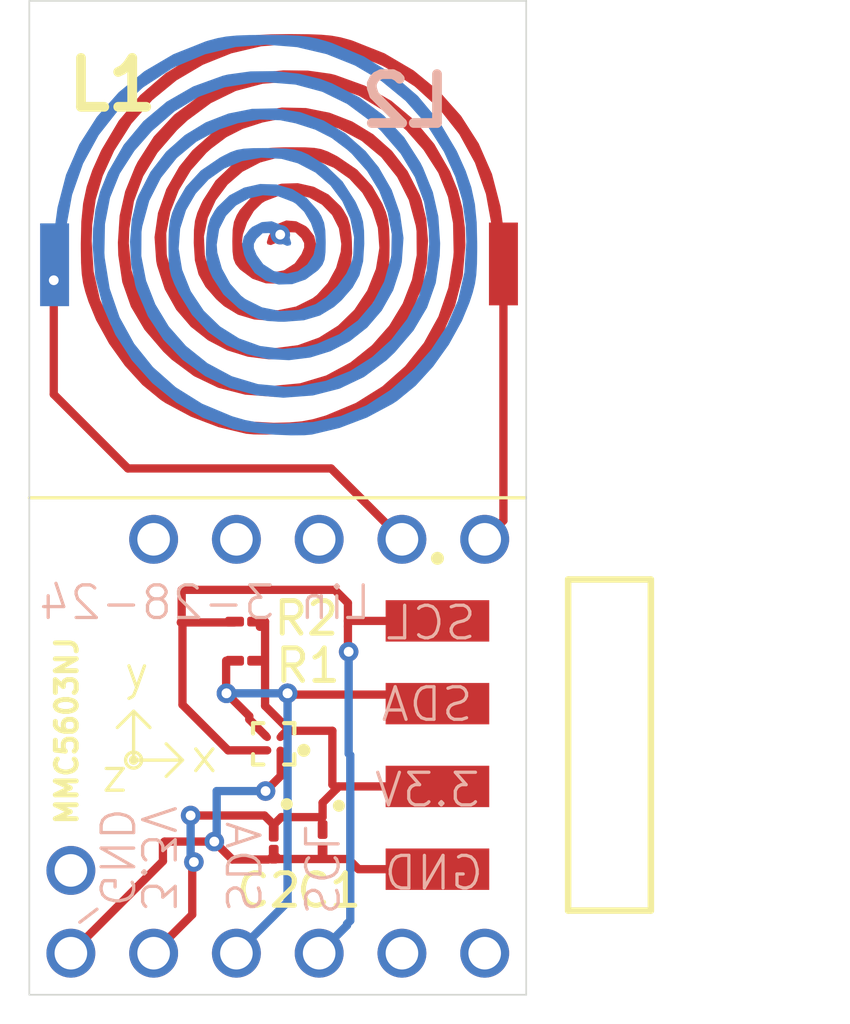
<source format=kicad_pcb>
(kicad_pcb (version 20240108) (generator "pcbnew") (generator_version "8.0")
  (layers (0 "F.Cu" signal) (31 "B.Cu" signal) (34 "B.Paste" user) (35 "F.Paste" user) (36 "B.SilkS" user "B.Silkscreen") (37 "F.SilkS" user "F.Silkscreen") (38 "B.Mask" user) (39 "F.Mask" user) (44 "Edge.Cuts" user))
  (net 0 "")
  (net 1 "+3.3V")
  (net 2 "GND")
  (net 3 "Net-(U1-SCL)")
  (net 5 "Net-(U1-SDA)")
  (net 6 "Net-(L1-Pad1)")
  (net 7 "Net-(H11-Pad1)")
  (footprint "Capacitor_SMD:C_01005_0402Metric_Pad0.57x0.30mm_HandSolder" (layer "F.Cu") (at 162.5 115.6 -90)
    (property "Reference" "C2" (at 1.45 0.15 180) (layer "F.SilkS"))
    (property "Value" "1u" (hide yes))
    (pad "1" smd roundrect (at -0.3375 0 270) (size 0.575 0.3) (layers "F.Cu" "F.Mask") (net 1 "+3.3V"))
    (pad "2" smd roundrect (at 0.3375 0 270) (size 0.575 0.3) (layers "F.Cu" "F.Mask") (net 2 "GND"))
  )
  (footprint "coilfromtiff:coilfromtiff" (layer "F.Cu") (at 163.05 96.825)
    (property "Reference" "L1" (at -5.5 -4.5 0) (layer "F.SilkS") (effects (font (size 1.5 1.5) (thickness 0.3))))
    (property "Value" "L" (hide yes))
    (fp_poly (pts (xy 0.521367 -6.04979) (xy 0.916953 -6.035079) (xy 1.230199 -6.004908) (xy 1.504542 -5.954654) (xy 1.783422 -5.879693) (xy 1.862666 -5.855389) (xy 2.852769 -5.462398) (xy 3.745393 -4.938038) (xy 4.530918 -4.294101) (xy 5.199726 -3.542379) (xy 5.742195 -2.694663) (xy 6.148708 -1.762745) (xy 6.409645 -0.758417) (xy 6.486939 -0.186839) (xy 6.512946 0.128267) (xy 6.513437 0.310925) (xy 6.481772 0.396967) (xy 6.411309 0.422221) (xy 6.37385 0.423334) (xy 6.27803 0.400985) (xy 6.217023 0.309341) (xy 6.175358 0.111502) (xy 6.149142 -0.1126) (xy 5.96274 -1.143572) (xy 5.626046 -2.10209) (xy 5.145841 -2.978145) (xy 4.528906 -3.761728) (xy 3.782023 -4.442831) (xy 2.911972 -5.011445) (xy 2.783511 -5.080053) (xy 1.879143 -5.459873) (xy 0.946005 -5.682432) (xy 0.001685 -5.753331) (xy -0.936228 -5.678173) (xy -1.850146 -5.46256) (xy -2.722478 -5.112094) (xy -3.535638 -4.632377) (xy -4.272035 -4.029012) (xy -4.914081 -3.307601) (xy -5.444188 -2.473746) (xy -5.453198 -2.456589) (xy -5.796423 -1.703292) (xy -6.012769 -0.975011) (xy -6.11847 -0.206249) (xy -6.13552 0.296334) (xy -6.074918 1.236595) (xy -5.881056 2.086444) (xy -5.544513 2.868779) (xy -5.055871 3.606498) (xy -4.530034 4.199308) (xy -3.811685 4.837559) (xy -3.068913 5.315281) (xy -2.280884 5.641238) (xy -1.426765 5.824197) (xy -0.550334 5.873665) (xy -0.065854 5.861701) (xy 0.313976 5.827939) (xy 0.653368 5.763247) (xy 1.016531 5.658494) (xy 1.058333 5.644905) (xy 1.971715 5.263324) (xy 2.782729 4.756785) (xy 3.481631 4.137764) (xy 4.05868 3.418737) (xy 4.504131 2.612179) (xy 4.808243 1.730567) (xy 4.961271 0.786374) (xy 4.970852 0.635) (xy 4.952807 -0.251518) (xy 4.798934 -1.054113) (xy 4.500604 -1.794949) (xy 4.049188 -2.496193) (xy 3.517297 -3.099312) (xy 2.815472 -3.708158) (xy 2.073794 -4.155279) (xy 1.279587 -4.446088) (xy 0.42017 -4.585999) (xy 0 -4.601177) (xy -0.892182 -4.528915) (xy -1.714234 -4.308423) (xy -2.479196 -3.934139) (xy -3.200104 -3.400503) (xy -3.521194 -3.099312) (xy -4.119221 -2.40842) (xy -4.556126 -1.688703) (xy -4.839811 -0.921606) (xy -4.978176 -0.088577) (xy -4.995334 0.362694) (xy -4.91476 1.18213) (xy -4.683612 1.954593) (xy -4.317749 2.664311) (xy -3.833031 3.29551) (xy -3.245318 3.832417) (xy -2.570471 4.259258) (xy -1.824348 4.560261) (xy -1.022811 4.719651) (xy -0.592667 4.741334) (xy 0.260536 4.661236) (xy 1.060249 4.420698) (xy 1.807369 4.019355) (xy 2.46658 3.491304) (xy 2.996285 2.890348) (xy 3.408527 2.210521) (xy 3.69253 1.481253) (xy 3.837514 0.73197) (xy 3.832702 -0.007896) (xy 3.809141 -0.174425) (xy 3.595004 -0.95995) (xy 3.238138 -1.664495) (xy 2.75119 -2.274407) (xy 2.146803 -2.776034) (xy 1.437623 -3.15572) (xy 0.872634 -3.345039) (xy 0.214786 -3.457433) (xy -0.425173 -3.434835) (xy -0.892379 -3.340705) (xy -1.494932 -3.147204) (xy -1.999008 -2.891141) (xy -2.473578 -2.535139) (xy -2.617959 -2.405623) (xy -3.091264 -1.873185) (xy -3.462731 -1.26167) (xy -3.719097 -0.606041) (xy -3.847099 0.058739) (xy -3.833475 0.697709) (xy -3.822104 0.768667) (xy -3.612889 1.515654) (xy -3.271144 2.165817) (xy -2.807339 2.708137) (xy -2.231942 3.131591) (xy -1.555425 3.425159) (xy -1.21487 3.513193) (xy -0.499442 3.580907) (xy 0.191954 3.491703) (xy 0.839441 3.257942) (xy 1.423144 2.891989) (xy 1.923186 2.406206) (xy 2.319691 1.812957) (xy 2.585841 1.149086) (xy 2.691707 0.506451) (xy 2.646043 -0.107034) (xy 2.466132 -0.675474) (xy 2.169257 -1.182971) (xy 1.772702 -1.613629) (xy 1.293751 -1.951552) (xy 0.749686 -2.180843) (xy 0.157792 -2.285606) (xy -0.464649 -2.249944) (xy -0.961778 -2.113843) (xy -1.504935 -1.830936) (xy -1.965054 -1.434584) (xy -2.326556 -0.952908) (xy -2.573858 -0.414028) (xy -2.691382 0.153937) (xy -2.663544 0.722866) (xy -2.624984 0.887868) (xy -2.455755 1.264305) (xy -2.177462 1.64953) (xy -1.837425 1.987384) (xy -1.51396 2.206456) (xy -0.982482 2.386814) (xy -0.419532 2.418537) (xy 0.134195 2.306178) (xy 0.638005 2.054288) (xy 0.775527 1.950375) (xy 1.110773 1.579936) (xy 1.363674 1.117527) (xy 1.504487 0.625369) (xy 1.523566 0.385543) (xy 1.448408 -0.094608) (xy 1.242043 -0.500658) (xy 0.931578 -0.818599) (xy 0.544117 -1.03442) (xy 0.106765 -1.134115) (xy -0.353372 -1.103675) (xy -0.809188 -0.929091) (xy -0.905983 -0.870087) (xy -1.157411 -0.625607) (xy -1.365986 -0.27967) (xy -1.496953 0.100043) (xy -1.524 0.333405) (xy -1.450062 0.689367) (xy -1.252119 0.989276) (xy -0.965984 1.195387) (xy -0.635364 1.27) (xy -0.232404 1.193961) (xy 0.098547 0.980446) (xy 0.301359 0.697117) (xy 0.383806 0.495413) (xy 0.382812 0.358248) (xy 0.300775 0.206564) (xy 0.116675 0.034051) (xy -0.089407 0.025753) (xy -0.298743 0.181516) (xy -0.323541 0.211667) (xy -0.479877 0.355705) (xy -0.635533 0.421642) (xy -0.741959 0.39603) (xy -0.762 0.333101) (xy -0.708339 0.148629) (xy -0.580087 -0.068031) (xy -0.430671 -0.23014) (xy -0.165604 -0.335479) (xy 0.14096 -0.31018) (xy 0.433517 -0.162403) (xy 0.514512 -0.091179) (xy 0.693604 0.142271) (xy 0.749268 0.388052) (xy 0.685386 0.690606) (xy 0.600804 0.897083) (xy 0.355651 1.254338) (xy 0.019641 1.492213) (xy -0.374456 1.607041) (xy -0.793868 1.595158) (xy -1.205824 1.452897) (xy -1.577555 1.176592) (xy -1.608667 1.144224) (xy -1.721681 1.002062) (xy -1.785802 0.844244) (xy -1.814265 0.618273) (xy -1.820334 0.304496) (xy -1.810641 -0.04605) (xy -1.771272 -0.292164) (xy -1.686793 -0.498147) (xy -1.589396 -0.65767) (xy -1.234775 -1.053239) (xy -0.798976 -1.322094) (xy -0.312998 -1.464221) (xy 0.192159 -1.479605) (xy 0.685498 -1.368233) (xy 1.136019 -1.13009) (xy 1.512724 -0.765162) (xy 1.588433 -0.659123) (xy 1.721382 -0.42229) (xy 1.799654 -0.170401) (xy 1.840845 0.161857) (xy 1.849855 0.311126) (xy 1.858186 0.669963) (xy 1.830985 0.934173) (xy 1.755191 1.176966) (xy 1.656923 1.392472) (xy 1.319254 1.9102) (xy 0.853688 2.332839) (xy 0.484479 2.559182) (xy 0.242981 2.66474) (xy -0.021711 2.723693) (xy -0.369752 2.747072) (xy -0.550334 2.748935) (xy -1.1515 2.703642) (xy -1.647349 2.55714) (xy -2.078512 2.294085) (xy -2.314162 2.082861) (xy -2.64539 1.703198) (xy -2.856875 1.325019) (xy -2.969607 0.895252) (xy -3.004574 0.360824) (xy -3.004651 0.336887) (xy -2.997852 -0.045089) (xy -2.966325 -0.326581) (xy -2.895297 -0.576147) (xy -2.769995 -0.862345) (xy -2.727389 -0.949823) (xy -2.336103 -1.55748) (xy -1.81846 -2.055245) (xy -1.288318 -2.383182) (xy -1.076203 -2.476189) (xy -0.862221 -2.53514) (xy -0.598763 -2.567371) (xy -0.238218 -2.580216) (xy 0 -2.581667) (xy 0.406098 -2.578958) (xy 0.692987 -2.563353) (xy 0.910764 -2.524721) (xy 1.109532 -2.452928) (xy 1.33939 -2.337843) (xy 1.419719 -2.294543) (xy 2.009189 -1.894066) (xy 2.468754 -1.395039) (xy 2.782556 -0.856827) (xy 2.892277 -0.598641) (xy 2.959359 -0.359108) (xy 2.993698 -0.081238) (xy 3.005192 0.291959) (xy 3.005666 0.427783) (xy 3.001277 0.818833) (xy 2.979213 1.101519) (xy 2.926127 1.336758) (xy 2.828675 1.585464) (xy 2.687389 1.880498) (xy 2.280571 2.537111) (xy 1.786448 3.064109) (xy 1.223494 3.46411) (xy 0.61018 3.739729) (xy -0.035023 3.893585) (xy -0.693643 3.928293) (xy -1.347207 3.846472) (xy -1.977244 3.650737) (xy -2.565283 3.343707) (xy -3.09285 2.927998) (xy -3.541475 2.406226) (xy -3.892685 1.781009) (xy -4.12801 1.054965) (xy -4.157184 0.9108) (xy -4.208467 0.176858) (xy -4.10222 -0.567592) (xy -3.846536 -1.297821) (xy -3.449513 -1.989097) (xy -3.044836 -2.487574) (xy -2.431383 -3.030197) (xy -1.757453 -3.427239) (xy -1.041823 -3.68276) (xy -0.303272 -3.800822) (xy 0.439423 -3.785483) (xy 1.167483 -3.640804) (xy 1.862129 -3.370845) (xy 2.504585 -2.979666) (xy 3.07607 -2.471327) (xy 3.557808 -1.849888) (xy 3.93102 -1.119409) (xy 3.988755 -0.966832) (xy 4.132456 -0.378684) (xy 4.186376 0.291559) (xy 4.150583 0.982461) (xy 4.025145 1.632588) (xy 3.985733 1.763402) (xy 3.636938 2.579666) (xy 3.158836 3.302271) (xy 2.568156 3.918907) (xy 1.881626 4.417264) (xy 1.115976 4.785032) (xy 0.287934 5.009903) (xy -0.521621 5.08) (xy -1.42991 5.011092) (xy -2.250808 4.800708) (xy -2.997827 4.443358) (xy -3.684481 3.933554) (xy -3.939574 3.691473) (xy -4.515999 3.017853) (xy -4.932344 2.314502) (xy -5.197681 1.559617) (xy -5.321077 0.731394) (xy -5.332749 0.342045) (xy -5.27875 -0.479803) (xy -5.109141 -1.230003) (xy -4.807939 -1.973832) (xy -4.725896 -2.136444) (xy -4.228461 -2.912617) (xy -3.602541 -3.582652) (xy -2.857545 -4.138692) (xy -2.00288 -4.572883) (xy -1.650188 -4.704673) (xy -0.993447 -4.865394) (xy -0.25642 -4.942656) (xy 0.492629 -4.934278) (xy 1.185436 -4.838079) (xy 1.341175 -4.800233) (xy 2.245482 -4.473223) (xy 3.060059 -4.005472) (xy 3.774243 -3.405983) (xy 4.377368 -2.683758) (xy 4.85877 -1.847798) (xy 4.871554 -1.820333) (xy 5.102201 -1.251178) (xy 5.246771 -0.703143) (xy 5.319011 -0.109805) (xy 5.334 0.413957) (xy 5.252267 1.370438) (xy 5.015376 2.286756) (xy 4.635784 3.146794) (xy 4.12595 3.934434) (xy 3.498333 4.633559) (xy 2.76539 5.228051) (xy 1.939582 5.701791) (xy 1.033365 6.038663) (xy 0.973666 6.054986) (xy 0.636757 6.121831) (xy 0.19879 6.176596) (xy -0.284277 6.215612) (xy -0.756488 6.235209) (xy -1.161883 6.23172) (xy -1.397 6.210406) (xy -2.243617 6.008656) (xy -3.091532 5.68589) (xy -3.86827 5.27081) (xy -4.0196 5.171859) (xy -4.580295 4.712074) (xy -5.117433 4.123965) (xy -5.600955 3.448417) (xy -6.000805 2.726313) (xy -6.234593 2.159) (xy -6.334635 1.852053) (xy -6.401748 1.584432) (xy -6.442407 1.307395) (xy -6.463086 0.972197) (xy -6.470257 0.530096) (xy -6.470725 0.381) (xy -6.455509 -0.297434) (xy -6.399439 -0.864065) (xy -6.290383 -1.373972) (xy -6.116213 -1.88223) (xy -5.864796 -2.443918) (xy -5.835176 -2.504663) (xy -5.30649 -3.394748) (xy -4.649631 -4.178649) (xy -3.874845 -4.847724) (xy -2.992373 -5.393334) (xy -2.012459 -5.80684) (xy -1.862667 -5.855389) (xy -1.575415 -5.937589) (xy -1.304083 -5.99387) (xy -1.005231 -6.028856) (xy -0.635421 -6.047171) (xy -0.151214 -6.053439) (xy 0 -6.053666)) (fill solid) (layer "F.Cu"))
    (pad "1" connect rect (at 6.5 1) (size 0.889 2.54) (layers "F.Cu" "F.Mask") (net 6 "Net-(L1-Pad1)"))
  )
  (footprint "mountinghole_1mm:MountingHole_1mm" (layer "F.Cu") (at 163.895 106.275)
    (property "Reference" "H10" (hide yes))
    (property "Value" "MountingHole_Pad" (hide yes))
    (pad "10" thru_hole circle (at 0 0) (size 1.5 1.5) (drill 1) (layers "*.Cu" "*.Mask"))
  )
  (footprint "mountinghole_1mm:MountingHole_1mm" (layer "F.Cu") (at 161.355 118.975)
    (property "Reference" "H4" (hide yes))
    (property "Value" "MountingHole_Pad" (hide yes))
    (pad "4" thru_hole circle (at 0 0) (size 1.5 1.5) (drill 1) (layers "*.Cu" "*.Mask"))
  )
  (footprint "mountinghole_1mm:MountingHole_1mm" (layer "F.Cu") (at 163.895 118.975)
    (property "Reference" "H3" (hide yes))
    (property "Value" "MountingHole_Pad" (hide yes))
    (pad "3" thru_hole circle (at 0 0) (size 1.5 1.5) (drill 1) (layers "*.Cu" "*.Mask"))
  )
  (footprint "Capacitor_SMD:C_01005_0402Metric_Pad0.57x0.30mm_HandSolder" (layer "F.Cu") (at 164 115.5175 -90)
    (property "Reference" "C1" (at 1.5325 -0.2 180) (layer "F.SilkS"))
    (property "Value" "2.2u" (hide yes))
    (pad "1" smd roundrect (at -0.3375 0 270) (size 0.575 0.3) (layers "F.Cu" "F.Mask") (net 1 "+3.3V"))
    (pad "2" smd roundrect (at 0.3375 0 270) (size 0.575 0.3) (layers "F.Cu" "F.Mask") (net 2 "GND"))
  )
  (footprint "footprints:SAMTEC_TSM-104-01-L-SH" (layer "F.Cu") (at 172.805 112.5875 -90)
    (property "Reference" "J1" (hide yes))
    (property "Value" "TSM-104-01-L-SH" (hide yes))
    (fp_line (start -5.08 1.27) (end -5.08 -1.27) (stroke (width 0.2)) (layer "F.SilkS"))
    (fp_line (start 5.08 1.27) (end -5.08 1.27) (stroke (width 0.2)) (layer "F.SilkS"))
    (fp_line (start 5.08 -1.27) (end 5.08 1.27) (stroke (width 0.2)) (layer "F.SilkS"))
    (fp_line (start 5.08 -1.27) (end -5.08 -1.27) (stroke (width 0.2)) (layer "F.SilkS"))
    (fp_circle (center -5.73 5.28) (end -5.63 5.28) (stroke (width 0.2)) (fill none) (layer "F.SilkS"))
    (pad "01" smd rect (at -3.81 5.28 270) (size 1.27 3.18) (layers "F.Cu" "F.Paste" "F.Mask") (net 3 "Net-(U1-SCL)"))
    (pad "02" smd rect (at -1.27 5.28 270) (size 1.27 3.18) (layers "F.Cu" "F.Paste" "F.Mask") (net 5 "Net-(U1-SDA)"))
    (pad "03" smd rect (at 1.27 5.28 270) (size 1.27 3.18) (layers "F.Cu" "F.Paste" "F.Mask") (net 1 "+3.3V"))
    (pad "04" smd rect (at 3.81 5.28 270) (size 1.27 3.18) (layers "F.Cu" "F.Paste" "F.Mask") (net 2 "GND"))
  )
  (footprint "mountinghole_1mm:MountingHole_1mm" (layer "F.Cu") (at 158.815 118.975)
    (property "Reference" "H5" (hide yes))
    (property "Value" "MountingHole_Pad" (hide yes))
    (pad "5" thru_hole circle (at 0 0) (size 1.5 1.5) (drill 1) (layers "*.Cu" "*.Mask"))
  )
  (footprint "Resistor_SMD:R_01005_0402Metric_Pad0.57x0.30mm_HandSolder" (layer "F.Cu") (at 161.6375 110 180)
    (property "Reference" "R1" (at -1.9125 -0.15 180) (layer "F.SilkS"))
    (property "Value" "2.7K" (hide yes))
    (pad "1" smd roundrect (at -0.3375 0 180) (size 0.575 0.3) (layers "F.Cu" "F.Mask") (net 1 "+3.3V"))
    (pad "2" smd roundrect (at 0.3375 0 180) (size 0.575 0.3) (layers "F.Cu" "F.Mask") (net 5 "Net-(U1-SDA)"))
  )
  (footprint "mountinghole_1mm:MountingHole_1mm" (layer "F.Cu") (at 158.815 106.275)
    (property "Reference" "H8" (hide yes))
    (property "Value" "MountingHole_Pad" (hide yes))
    (pad "8" thru_hole circle (at 0 0) (size 1.5 1.5) (drill 1) (layers "*.Cu" "*.Mask"))
  )
  (footprint "Resistor_SMD:R_01005_0402Metric_Pad0.57x0.30mm_HandSolder" (layer "F.Cu") (at 161.6375 108.8 180)
    (property "Reference" "R2" (at -1.8625 0.1 180) (layer "F.SilkS"))
    (property "Value" "2.7K" (hide yes))
    (pad "1" smd roundrect (at -0.3375 0 180) (size 0.575 0.3) (layers "F.Cu" "F.Mask") (net 1 "+3.3V"))
    (pad "2" smd roundrect (at 0.3375 0 180) (size 0.575 0.3) (layers "F.Cu" "F.Mask") (net 3 "Net-(U1-SCL)"))
  )
  (footprint "mountinghole_1mm:MountingHole_1mm" (layer "F.Cu") (at 166.435 106.275)
    (property "Reference" "H11" (hide yes))
    (property "Value" "MountingHole_Pad" (hide yes))
    (pad "11" thru_hole circle (at 0 0) (size 1.5 1.5) (drill 1) (layers "*.Cu" "*.Mask") (net 7 "Net-(H11-Pad1)"))
  )
  (footprint "mountinghole_1mm:MountingHole_1mm" (layer "F.Cu") (at 156.275 116.435)
    (property "Reference" "H7" (hide yes))
    (property "Value" "MountingHole_Pad" (hide yes))
    (pad "7" thru_hole circle (at 0 0) (size 1.5 1.5) (drill 1) (layers "*.Cu" "*.Mask"))
  )
  (footprint "footprints:XDCR_MMC5603NJ" (layer "F.Cu") (at 162.5 112.55 180)
    (property "Reference" "U1" (hide yes))
    (property "Value" "MMC5603NJ" (at 6.35 0.4 90) (layer "F.SilkS") (effects (font (size 0.64 0.64))))
    (fp_line (start 0.635 0.635) (end 0.635 0.3175) (stroke (width 0.127)) (layer "F.SilkS"))
    (fp_line (start 0.635 0.635) (end 0.3175 0.635) (stroke (width 0.127)) (layer "F.SilkS"))
    (fp_line (start 0.635 -0.635) (end 0.635 -0.3175) (stroke (width 0.127)) (layer "F.SilkS"))
    (fp_line (start 0.635 -0.635) (end 0.3175 -0.635) (stroke (width 0.127)) (layer "F.SilkS"))
    (fp_line (start -0.635 0.635) (end -0.3175 0.635) (stroke (width 0.127)) (layer "F.SilkS"))
    (fp_line (start -0.635 0.635) (end -0.635 0.3175) (stroke (width 0.127)) (layer "F.SilkS"))
    (fp_line (start -0.635 -0.635) (end -0.3175 -0.635) (stroke (width 0.127)) (layer "F.SilkS"))
    (fp_line (start -0.635 -0.635) (end -0.635 -0.3175) (stroke (width 0.127)) (layer "F.SilkS"))
    (fp_circle (center -0.925 -0.2) (end -0.825 -0.2) (stroke (width 0.2)) (fill none) (layer "F.SilkS"))
    (pad "A1" smd circle (at -0.2 -0.2 180) (size 0.23 0.23) (layers "F.Cu" "F.Paste") (net 2 "GND"))
    (pad "A2" smd circle (at 0.2 -0.2 180) (size 0.23 0.23) (layers "F.Cu" "F.Paste") (net 3 "Net-(U1-SCL)"))
    (pad "B1" smd circle (at -0.2 0.2 180) (size 0.23 0.23) (layers "F.Cu" "F.Paste") (net 1 "+3.3V"))
    (pad "B2" smd circle (at 0.2 0.2 180) (size 0.23 0.23) (layers "F.Cu" "F.Paste") (net 5 "Net-(U1-SDA)"))
  )
  (footprint "mountinghole_1mm:MountingHole_1mm" (layer "F.Cu") (at 161.355 106.275)
    (property "Reference" "H9" (hide yes))
    (property "Value" "MountingHole_Pad" (hide yes))
    (pad "9" thru_hole circle (at 0 0) (size 1.5 1.5) (drill 1) (layers "*.Cu" "*.Mask"))
  )
  (footprint "mountinghole_1mm:MountingHole_1mm" (layer "F.Cu") (at 168.975 118.975)
    (property "Reference" "H1" (hide yes))
    (property "Value" "MountingHole_Pad" (hide yes))
    (pad "1" thru_hole circle (at 0 0) (size 1.5 1.5) (drill 1) (layers "*.Cu" "*.Mask"))
  )
  (footprint "mountinghole_1mm:MountingHole_1mm" (layer "F.Cu") (at 166.435 118.975)
    (property "Reference" "H2" (hide yes))
    (property "Value" "MountingHole_Pad" (hide yes))
    (pad "2" thru_hole circle (at 0 0) (size 1.5 1.5) (drill 1) (layers "*.Cu" "*.Mask"))
  )
  (footprint "mountinghole_1mm:MountingHole_1mm" (layer "F.Cu") (at 156.275 118.975)
    (property "Reference" "H6" (hide yes))
    (property "Value" "MountingHole_Pad" (hide yes))
    (pad "6" thru_hole circle (at 0 0) (size 1.5 1.5) (drill 1) (layers "*.Cu" "*.Mask"))
  )
  (footprint "mountinghole_1mm:MountingHole_1mm" (layer "F.Cu") (at 168.975 106.275)
    (property "Reference" "H12" (hide yes))
    (property "Value" "MountingHole_Pad" (hide yes))
    (pad "12" thru_hole circle (at 0 0) (size 1.5 1.5) (drill 1) (layers "*.Cu" "*.Mask") (net 6 "Net-(L1-Pad1)"))
  )
  (footprint "coilfromtiff:coilfromtiff" (layer "B.Cu") (at 162.275 96.85 180)
    (property "Reference" "L2" (at -4.272035 4.029012 180) (layer "B.SilkS") (effects (font (size 1.5 1.5) (thickness 0.3)) (justify mirror)))
    (property "Value" "L" (hide yes))
    (fp_poly (pts (xy 0.521367 6.04979) (xy 0.916953 6.035079) (xy 1.230199 6.004908) (xy 1.504542 5.954654) (xy 1.783422 5.879693) (xy 1.862666 5.855389) (xy 2.852769 5.462398) (xy 3.745393 4.938038) (xy 4.530918 4.294101) (xy 5.199726 3.542379) (xy 5.742195 2.694663) (xy 6.148708 1.762745) (xy 6.409645 0.758417) (xy 6.486939 0.186839) (xy 6.512946 -0.128267) (xy 6.513437 -0.310925) (xy 6.481772 -0.396967) (xy 6.411309 -0.422221) (xy 6.37385 -0.423334) (xy 6.27803 -0.400985) (xy 6.217023 -0.309341) (xy 6.175358 -0.111502) (xy 6.149142 0.1126) (xy 5.96274 1.143572) (xy 5.626046 2.10209) (xy 5.145841 2.978145) (xy 4.528906 3.761728) (xy 3.782023 4.442831) (xy 2.911972 5.011445) (xy 2.783511 5.080053) (xy 1.879143 5.459873) (xy 0.946005 5.682432) (xy 0.001685 5.753331) (xy -0.936228 5.678173) (xy -1.850146 5.46256) (xy -2.722478 5.112094) (xy -3.535638 4.632377) (xy -4.272035 4.029012) (xy -4.914081 3.307601) (xy -5.444188 2.473746) (xy -5.453198 2.456589) (xy -5.796423 1.703292) (xy -6.012769 0.975011) (xy -6.11847 0.206249) (xy -6.13552 -0.296334) (xy -6.074918 -1.236595) (xy -5.881056 -2.086444) (xy -5.544513 -2.868779) (xy -5.055871 -3.606498) (xy -4.530034 -4.199308) (xy -3.811685 -4.837559) (xy -3.068913 -5.315281) (xy -2.280884 -5.641238) (xy -1.426765 -5.824197) (xy -0.550334 -5.873665) (xy -0.065854 -5.861701) (xy 0.313976 -5.827939) (xy 0.653368 -5.763247) (xy 1.016531 -5.658494) (xy 1.058333 -5.644905) (xy 1.971715 -5.263324) (xy 2.782729 -4.756785) (xy 3.481631 -4.137764) (xy 4.05868 -3.418737) (xy 4.504131 -2.612179) (xy 4.808243 -1.730567) (xy 4.961271 -0.786374) (xy 4.970852 -0.635) (xy 4.952807 0.251518) (xy 4.798934 1.054113) (xy 4.500604 1.794949) (xy 4.049188 2.496193) (xy 3.517297 3.099312) (xy 2.815472 3.708158) (xy 2.073794 4.155279) (xy 1.279587 4.446088) (xy 0.42017 4.585999) (xy 0 4.601177) (xy -0.892182 4.528915) (xy -1.714234 4.308423) (xy -2.479196 3.934139) (xy -3.200104 3.400503) (xy -3.521194 3.099312) (xy -4.119221 2.40842) (xy -4.556126 1.688703) (xy -4.839811 0.921606) (xy -4.978176 0.088577) (xy -4.995334 -0.362694) (xy -4.91476 -1.18213) (xy -4.683612 -1.954593) (xy -4.317749 -2.664311) (xy -3.833031 -3.29551) (xy -3.245318 -3.832417) (xy -2.570471 -4.259258) (xy -1.824348 -4.560261) (xy -1.022811 -4.719651) (xy -0.592667 -4.741334) (xy 0.260536 -4.661236) (xy 1.060249 -4.420698) (xy 1.807369 -4.019355) (xy 2.46658 -3.491304) (xy 2.996285 -2.890348) (xy 3.408527 -2.210521) (xy 3.69253 -1.481253) (xy 3.837514 -0.73197) (xy 3.832702 0.007896) (xy 3.809141 0.174425) (xy 3.595004 0.95995) (xy 3.238138 1.664495) (xy 2.75119 2.274407) (xy 2.146803 2.776034) (xy 1.437623 3.15572) (xy 0.872634 3.345039) (xy 0.214786 3.457433) (xy -0.425173 3.434835) (xy -0.892379 3.340705) (xy -1.494932 3.147204) (xy -1.999008 2.891141) (xy -2.473578 2.535139) (xy -2.617959 2.405623) (xy -3.091264 1.873185) (xy -3.462731 1.26167) (xy -3.719097 0.606041) (xy -3.847099 -0.058739) (xy -3.833475 -0.697709) (xy -3.822104 -0.768667) (xy -3.612889 -1.515654) (xy -3.271144 -2.165817) (xy -2.807339 -2.708137) (xy -2.231942 -3.131591) (xy -1.555425 -3.425159) (xy -1.21487 -3.513193) (xy -0.499442 -3.580907) (xy 0.191954 -3.491703) (xy 0.839441 -3.257942) (xy 1.423144 -2.891989) (xy 1.923186 -2.406206) (xy 2.319691 -1.812957) (xy 2.585841 -1.149086) (xy 2.691707 -0.506451) (xy 2.646043 0.107034) (xy 2.466132 0.675474) (xy 2.169257 1.182971) (xy 1.772702 1.613629) (xy 1.293751 1.951552) (xy 0.749686 2.180843) (xy 0.157792 2.285606) (xy -0.464649 2.249944) (xy -0.961778 2.113843) (xy -1.504935 1.830936) (xy -1.965054 1.434584) (xy -2.326556 0.952908) (xy -2.573858 0.414028) (xy -2.691382 -0.153937) (xy -2.663544 -0.722866) (xy -2.624984 -0.887868) (xy -2.455755 -1.264305) (xy -2.177462 -1.64953) (xy -1.837425 -1.987384) (xy -1.51396 -2.206456) (xy -0.982482 -2.386814) (xy -0.419532 -2.418537) (xy 0.134195 -2.306178) (xy 0.638005 -2.054288) (xy 0.775527 -1.950375) (xy 1.110773 -1.579936) (xy 1.363674 -1.117527) (xy 1.504487 -0.625369) (xy 1.523566 -0.385543) (xy 1.448408 0.094608) (xy 1.242043 0.500658) (xy 0.931578 0.818599) (xy 0.544117 1.03442) (xy 0.106765 1.134115) (xy -0.353372 1.103675) (xy -0.809188 0.929091) (xy -0.905983 0.870087) (xy -1.157411 0.625607) (xy -1.365986 0.27967) (xy -1.496953 -0.100043) (xy -1.524 -0.333405) (xy -1.450062 -0.689367) (xy -1.252119 -0.989276) (xy -0.965984 -1.195387) (xy -0.635364 -1.27) (xy -0.232404 -1.193961) (xy 0.098547 -0.980446) (xy 0.301359 -0.697117) (xy 0.383806 -0.495413) (xy 0.382812 -0.358248) (xy 0.300775 -0.206564) (xy 0.116675 -0.034051) (xy -0.089407 -0.025753) (xy -0.298743 -0.181516) (xy -0.323541 -0.211667) (xy -0.479877 -0.355705) (xy -0.635533 -0.421642) (xy -0.741959 -0.39603) (xy -0.762 -0.333101) (xy -0.708339 -0.148629) (xy -0.580087 0.068031) (xy -0.430671 0.23014) (xy -0.165604 0.335479) (xy 0.14096 0.31018) (xy 0.433517 0.162403) (xy 0.514512 0.091179) (xy 0.693604 -0.142271) (xy 0.749268 -0.388052) (xy 0.685386 -0.690606) (xy 0.600804 -0.897083) (xy 0.355651 -1.254338) (xy 0.019641 -1.492213) (xy -0.374456 -1.607041) (xy -0.793868 -1.595158) (xy -1.205824 -1.452897) (xy -1.577555 -1.176592) (xy -1.608667 -1.144224) (xy -1.721681 -1.002062) (xy -1.785802 -0.844244) (xy -1.814265 -0.618273) (xy -1.820334 -0.304496) (xy -1.810641 0.04605) (xy -1.771272 0.292164) (xy -1.686793 0.498147) (xy -1.589396 0.65767) (xy -1.234775 1.053239) (xy -0.798976 1.322094) (xy -0.312998 1.464221) (xy 0.192159 1.479605) (xy 0.685498 1.368233) (xy 1.136019 1.13009) (xy 1.512724 0.765162) (xy 1.588433 0.659123) (xy 1.721382 0.42229) (xy 1.799654 0.170401) (xy 1.840845 -0.161857) (xy 1.849855 -0.311126) (xy 1.858186 -0.669963) (xy 1.830985 -0.934173) (xy 1.755191 -1.176966) (xy 1.656923 -1.392472) (xy 1.319254 -1.9102) (xy 0.853688 -2.332839) (xy 0.484479 -2.559182) (xy 0.242981 -2.66474) (xy -0.021711 -2.723693) (xy -0.369752 -2.747072) (xy -0.550334 -2.748935) (xy -1.1515 -2.703642) (xy -1.647349 -2.55714) (xy -2.078512 -2.294085) (xy -2.314162 -2.082861) (xy -2.64539 -1.703198) (xy -2.856875 -1.325019) (xy -2.969607 -0.895252) (xy -3.004574 -0.360824) (xy -3.004651 -0.336887) (xy -2.997852 0.045089) (xy -2.966325 0.326581) (xy -2.895297 0.576147) (xy -2.769995 0.862345) (xy -2.727389 0.949823) (xy -2.336103 1.55748) (xy -1.81846 2.055245) (xy -1.288318 2.383182) (xy -1.076203 2.476189) (xy -0.862221 2.53514) (xy -0.598763 2.567371) (xy -0.238218 2.580216) (xy 0 2.581667) (xy 0.406098 2.578958) (xy 0.692987 2.563353) (xy 0.910764 2.524721) (xy 1.109532 2.452928) (xy 1.33939 2.337843) (xy 1.419719 2.294543) (xy 2.009189 1.894066) (xy 2.468754 1.395039) (xy 2.782556 0.856827) (xy 2.892277 0.598641) (xy 2.959359 0.359108) (xy 2.993698 0.081238) (xy 3.005192 -0.291959) (xy 3.005666 -0.427783) (xy 3.001277 -0.818833) (xy 2.979213 -1.101519) (xy 2.926127 -1.336758) (xy 2.828675 -1.585464) (xy 2.687389 -1.880498) (xy 2.280571 -2.537111) (xy 1.786448 -3.064109) (xy 1.223494 -3.46411) (xy 0.61018 -3.739729) (xy -0.035023 -3.893585) (xy -0.693643 -3.928293) (xy -1.347207 -3.846472) (xy -1.977244 -3.650737) (xy -2.565283 -3.343707) (xy -3.09285 -2.927998) (xy -3.541475 -2.406226) (xy -3.892685 -1.781009) (xy -4.12801 -1.054965) (xy -4.157184 -0.9108) (xy -4.208467 -0.176858) (xy -4.10222 0.567592) (xy -3.846536 1.297821) (xy -3.449513 1.989097) (xy -3.044836 2.487574) (xy -2.431383 3.030197) (xy -1.757453 3.427239) (xy -1.041823 3.68276) (xy -0.303272 3.800822) (xy 0.439423 3.785483) (xy 1.167483 3.640804) (xy 1.862129 3.370845) (xy 2.504585 2.979666) (xy 3.07607 2.471327) (xy 3.557808 1.849888) (xy 3.93102 1.119409) (xy 3.988755 0.966832) (xy 4.132456 0.378684) (xy 4.186376 -0.291559) (xy 4.150583 -0.982461) (xy 4.025145 -1.632588) (xy 3.985733 -1.763402) (xy 3.636938 -2.579666) (xy 3.158836 -3.302271) (xy 2.568156 -3.918907) (xy 1.881626 -4.417264) (xy 1.115976 -4.785032) (xy 0.287934 -5.009903) (xy -0.521621 -5.08) (xy -1.42991 -5.011092) (xy -2.250808 -4.800708) (xy -2.997827 -4.443358) (xy -3.684481 -3.933554) (xy -3.939574 -3.691473) (xy -4.515999 -3.017853) (xy -4.932344 -2.314502) (xy -5.197681 -1.559617) (xy -5.321077 -0.731394) (xy -5.332749 -0.342045) (xy -5.27875 0.479803) (xy -5.109141 1.230003) (xy -4.807939 1.973832) (xy -4.725896 2.136444) (xy -4.228461 2.912617) (xy -3.602541 3.582652) (xy -2.857545 4.138692) (xy -2.00288 4.572883) (xy -1.650188 4.704673) (xy -0.993447 4.865394) (xy -0.25642 4.942656) (xy 0.492629 4.934278) (xy 1.185436 4.838079) (xy 1.341175 4.800233) (xy 2.245482 4.473223) (xy 3.060059 4.005472) (xy 3.774243 3.405983) (xy 4.377368 2.683758) (xy 4.85877 1.847798) (xy 4.871554 1.820333) (xy 5.102201 1.251178) (xy 5.246771 0.703143) (xy 5.319011 0.109805) (xy 5.334 -0.413957) (xy 5.252267 -1.370438) (xy 5.015376 -2.286756) (xy 4.635784 -3.146794) (xy 4.12595 -3.934434) (xy 3.498333 -4.633559) (xy 2.76539 -5.228051) (xy 1.939582 -5.701791) (xy 1.033365 -6.038663) (xy 0.973666 -6.054986) (xy 0.636757 -6.121831) (xy 0.19879 -6.176596) (xy -0.284277 -6.215612) (xy -0.756488 -6.235209) (xy -1.161883 -6.23172) (xy -1.397 -6.210406) (xy -2.243617 -6.008656) (xy -3.091532 -5.68589) (xy -3.86827 -5.27081) (xy -4.0196 -5.171859) (xy -4.580295 -4.712074) (xy -5.117433 -4.123965) (xy -5.600955 -3.448417) (xy -6.000805 -2.726313) (xy -6.234593 -2.159) (xy -6.334635 -1.852053) (xy -6.401748 -1.584432) (xy -6.442407 -1.307395) (xy -6.463086 -0.972197) (xy -6.470257 -0.530096) (xy -6.470725 -0.381) (xy -6.455509 0.297434) (xy -6.399439 0.864065) (xy -6.290383 1.373972) (xy -6.116213 1.88223) (xy -5.864796 2.443918) (xy -5.835176 2.504663) (xy -5.30649 3.394748) (xy -4.649631 4.178649) (xy -3.874845 4.847724) (xy -2.992373 5.393334) (xy -2.012459 5.80684) (xy -1.862667 5.855389) (xy -1.575415 5.937589) (xy -1.304083 5.99387) (xy -1.005231 6.028856) (xy -0.635421 6.047171) (xy -0.151214 6.053439) (xy 0 6.053666)) (fill solid) (layer "B.Cu"))
    (pad "1" connect rect (at 6.5 -1 180) (size 0.889 2.54) (layers "B.Cu" "B.Mask") (net 7 "Net-(H11-Pad1)"))
  )
  (gr_line (start 161.1 112.75) (end 162.3 112.75) (stroke (width 0.254)) (layer "F.Cu") (net 3))
  (gr_line (start 156.55 118.025) (end 157.075 117.625) (stroke (width 0.1)) (layer "B.SilkS"))
  (gr_line (start 159.7 113.05) (end 159.2 113.55) (stroke (width 0.1)) (layer "F.SilkS"))
  (gr_line (start 159.7 113.05) (end 159.2 112.55) (stroke (width 0.1)) (layer "F.SilkS"))
  (gr_circle (center 158.2 113.05) (end 158.2936 113.05) (stroke (width 0.1)) (fill none) (layer "F.SilkS"))
  (gr_line (start 158.2 113.05) (end 158.2 111.55) (stroke (width 0.1)) (layer "F.SilkS"))
  (gr_line (start 158.2 113.05) (end 159.7 113.05) (stroke (width 0.1)) (layer "F.SilkS"))
  (gr_circle (center 164.5 114.45) (end 164.634629 114.45) (stroke (width 0.1)) (fill solid) (layer "F.SilkS"))
  (gr_line (start 158.7 112.05) (end 158.2 111.55) (stroke (width 0.1)) (layer "F.SilkS"))
  (gr_circle (center 158.2 113.05) (end 158.446 113.05) (stroke (width 0.1)) (fill none) (layer "F.SilkS"))
  (gr_line (start 158.2 111.55) (end 158.7 112.05) (stroke (width 0.1)) (layer "F.SilkS"))
  (gr_line (start 158.2 111.55) (end 157.7 112.05) (stroke (width 0.1)) (layer "F.SilkS"))
  (gr_line (start 155 105) (end 170.225 105) (stroke (width 0.1)) (layer "F.SilkS"))
  (gr_circle (center 162.9 114.4) (end 163.034629 114.4) (stroke (width 0.1)) (fill solid) (layer "F.SilkS"))
  (gr_line (start 155 89.75) (end 170.25 89.75) (stroke (width 0.05)) (layer "Edge.Cuts"))
  (gr_line (start 155 105) (end 155 120.25) (stroke (width 0.05)) (layer "Edge.Cuts"))
  (gr_line (start 155 89.75) (end 155 105) (stroke (width 0.05)) (layer "Edge.Cuts"))
  (gr_line (start 170.25 120.25) (end 155 120.25) (stroke (width 0.05)) (layer "Edge.Cuts"))
  (gr_line (start 170.25 89.75) (end 170.25 105) (stroke (width 0.05)) (layer "Edge.Cuts"))
  (gr_line (start 170.25 105) (end 170.25 120.25) (stroke (width 0.05)) (layer "Edge.Cuts"))
  (gr_text "SDA" (at 168.675 111.925 0) (layer "B.SilkS") (effects (font (size 1 1) (thickness 0.1)) (justify left bottom mirror)))
  (gr_text "SDA" (at 160.95 117.8 -90) (layer "B.SilkS") (effects (font (size 1 1) (thickness 0.1)) (justify left bottom mirror)))
  (gr_text "3.3V" (at 168.9 114.55 0) (layer "B.SilkS") (effects (font (size 1 1) (thickness 0.1)) (justify left bottom mirror)))
  (gr_text "SCL" (at 163.35 117.875 -90) (layer "B.SilkS") (effects (font (size 1 1) (thickness 0.1)) (justify left bottom mirror)))
  (gr_text "SCL" (at 168.775 109.425 0) (layer "B.SilkS") (effects (font (size 1 1) (thickness 0.1)) (justify left bottom mirror)))
  (gr_text "Lin 3-28-24" (at 165.55 108.8 0) (layer "B.SilkS") (effects (font (size 1 1) (thickness 0.1)) (justify left bottom mirror)))
  (gr_text "3.3V" (at 158.35 117.75 270) (layer "B.SilkS") (effects (font (size 1 1) (thickness 0.1)) (justify left bottom mirror)))
  (gr_text "GND" (at 157.075 117.625 -90) (layer "B.SilkS") (effects (font (size 1 1) (thickness 0.1)) (justify left bottom mirror)))
  (gr_text "GND" (at 169 117.1 0) (layer "B.SilkS") (effects (font (size 1 1) (thickness 0.1)) (justify left bottom mirror)))
  (gr_text "y" (at 157.85 110.95 0) (layer "F.SilkS") (effects (font (size 1 1) (thickness 0.1)) (justify left bottom)))
  (gr_text "z" (at 157.15 114.1 0) (layer "F.SilkS") (effects (font (size 1 1) (thickness 0.1)) (justify left bottom)))
  (gr_text "x" (at 159.9 113.5 0) (layer "F.SilkS") (effects (font (size 1 1) (thickness 0.1)) (justify left bottom)))
  (via (at 162.7 96.925) (size 0.6) (drill 0.3) (layers "F.Cu" "B.Cu") (net 0))
  (segment (start 162.075 108.96) (end 162.235 108.8) (width 0.254) (layer "F.Cu") (net 1))
  (segment (start 164.3575 113.8575) (end 167.525 113.8575) (width 0.254) (layer "F.Cu") (net 1))
  (segment (start 162.9 112.05) (end 162.235 111.385) (width 0.254) (layer "F.Cu") (net 1))
  (segment (start 164 114.3575) (end 164.42875 113.92875) (width 0.254) (layer "F.Cu") (net 1))
  (segment (start 164 114.8) (end 164 114.3575) (width 0.254) (layer "F.Cu") (net 1))
  (segment (start 162.7325 114.8) (end 164 114.8) (width 0.254) (layer "F.Cu") (net 1))
  (segment (start 164.42875 113.92875) (end 164.3 113.8) (width 0.254) (layer "F.Cu") (net 1))
  (segment (start 164.3 113.8) (end 164.3575 113.8575) (width 0.254) (layer "F.Cu") (net 1))
  (segment (start 162.2175 114.75) (end 162.5 115.0325) (width 0.254) (layer "F.Cu") (net 1))
  (segment (start 164.3 112.15) (end 162.9 112.15) (width 0.254) (layer "F.Cu") (net 1))
  (segment (start 162.5 115.0325) (end 162.7325 114.8) (width 0.254) (layer "F.Cu") (net 1))
  (segment (start 160 116.227) (end 160 117.79) (width 0.254) (layer "F.Cu") (net 1))
  (segment (start 160 117.79) (end 158.815 118.975) (width 0.254) (layer "F.Cu") (net 1))
  (segment (start 164.42875 113.92875) (end 164.5 113.8575) (width 0.254) (layer "F.Cu") (net 1))
  (segment (start 162.235 111.385) (end 162.235 108.8) (width 0.254) (layer "F.Cu") (net 1))
  (segment (start 159.95 114.75) (end 162.2175 114.75) (width 0.254) (layer "F.Cu") (net 1))
  (segment (start 162.9 112.15) (end 162.9 112.05) (width 0.254) (layer "F.Cu") (net 1))
  (segment (start 160.05 116.177) (end 160 116.227) (width 0.254) (layer "F.Cu") (net 1))
  (segment (start 164.3 113.8) (end 164.3 112.15) (width 0.254) (layer "F.Cu") (net 1))
  (segment (start 162.9 112.15) (end 162.742 112.308) (width 0.254) (layer "F.Cu") (net 1))
  (via (at 160.05 116.177) (size 0.6) (drill 0.3) (layers "F.Cu" "B.Cu") (net 1))
  (via (at 159.95 114.75) (size 0.6) (drill 0.3) (layers "F.Cu" "B.Cu") (net 1))
  (segment (start 160.05 116.177) (end 159.95 116.077) (width 0.254) (layer "B.Cu") (net 1))
  (segment (start 159.95 116.077) (end 159.95 114.75) (width 0.254) (layer "B.Cu") (net 1))
  (segment (start 162.3375 116.1) (end 162.5 115.9375) (width 0.2) (layer "F.Cu") (net 2))
  (segment (start 165.1025 116.3975) (end 167.525 116.3975) (width 0.254) (layer "F.Cu") (net 2))
  (segment (start 159.1 116.15) (end 156.275 118.975) (width 0.254) (layer "F.Cu") (net 2))
  (segment (start 159.1 115.6) (end 159.1 116.15) (width 0.254) (layer "F.Cu") (net 2))
  (segment (start 160.677 115.55) (end 161.227 116.1) (width 0.254) (layer "F.Cu") (net 2))
  (segment (start 167.22 116.12) (end 166.865 116.475) (width 0.2) (layer "F.Cu") (net 2))
  (segment (start 160.677 115.55) (end 160.677 115.427) (width 0.254) (layer "F.Cu") (net 2))
  (segment (start 164.79 116.085) (end 165.1025 116.3975) (width 0.254) (layer "F.Cu") (net 2))
  (segment (start 161.227 116.1) (end 162.3375 116.1) (width 0.254) (layer "F.Cu") (net 2))
  (segment (start 159.1 115.6) (end 159.15 115.55) (width 0.254) (layer "F.Cu") (net 2))
  (segment (start 162.6475 116.085) (end 164.79 116.085) (width 0.254) (layer "F.Cu") (net 2))
  (segment (start 162.5 115.9375) (end 162.6475 116.085) (width 0.254) (layer "F.Cu") (net 2))
  (segment (start 162.715 113.535) (end 162.715 112.765) (width 0.254) (layer "F.Cu") (net 2))
  (segment (start 162.25 114) (end 162.715 113.535) (width 0.254) (layer "F.Cu") (net 2))
  (segment (start 159.15 115.55) (end 160.677 115.55) (width 0.254) (layer "F.Cu") (net 2))
  (segment (start 167.22 116.12) (end 167.1 116) (width 0.2) (layer "F.Cu") (net 2))
  (via (at 160.677 115.55) (size 0.6) (drill 0.3) (layers "F.Cu" "B.Cu") (net 2))
  (via (at 162.25 114) (size 0.6) (drill 0.3) (layers "F.Cu" "B.Cu") (net 2))
  (segment (start 162.2 114.05) (end 162.125 114.125) (width 0.2) (layer "B.Cu") (net 2))
  (segment (start 160.677 115.55) (end 160.75 115.477) (width 0.254) (layer "B.Cu") (net 2))
  (segment (start 160.75 114) (end 162.25 114) (width 0.254) (layer "B.Cu") (net 2))
  (segment (start 160.75 115.477) (end 160.75 114) (width 0.254) (layer "B.Cu") (net 2))
  (segment (start 162.25 114) (end 162.2 114.05) (width 0.2) (layer "B.Cu") (net 2))
  (segment (start 167.525 108.7775) (end 164.7775 108.7775) (width 0.254) (layer "F.Cu") (net 3))
  (segment (start 164.7775 109.6525) (end 164.8 109.675) (width 0.254) (layer "F.Cu") (net 3))
  (segment (start 164.8 109.675) (end 164.8 109.725) (width 0.254) (layer "F.Cu") (net 3))
  (segment (start 161.3 108.825) (end 159.65 108.825) (width 0.254) (layer "F.Cu") (net 3))
  (segment (start 159.675 107.825) (end 159.675 108.8) (width 0.254) (layer "F.Cu") (net 3))
  (segment (start 164.8 109.725) (end 164.85 109.725) (width 0.254) (layer "F.Cu") (net 3))
  (segment (start 164.7775 108.7775) (end 164.7775 108.9475) (width 0.254) (layer "F.Cu") (net 3))
  (segment (start 164.7775 108.9475) (end 164.7775 109.6525) (width 0.254) (layer "F.Cu") (net 3))
  (segment (start 164.375 107.825) (end 159.675 107.825) (width 0.254) (layer "F.Cu") (net 3))
  (segment (start 164.7775 108.2275) (end 164.375 107.825) (width 0.254) (layer "F.Cu") (net 3))
  (segment (start 164.85 109.725) (end 164.8 109.675) (width 0.254) (layer "F.Cu") (net 3))
  (segment (start 164.7775 108.7775) (end 164.7775 108.2275) (width 0.254) (layer "F.Cu") (net 3))
  (segment (start 159.675 108.8) (end 159.65 108.825) (width 0.254) (layer "F.Cu") (net 3))
  (segment (start 159.7 108.875) (end 159.7 111.35) (width 0.254) (layer "F.Cu") (net 3))
  (segment (start 159.65 108.825) (end 159.7 108.875) (width 0.254) (layer "F.Cu") (net 3))
  (segment (start 159.7 111.35) (end 161.1 112.75) (width 0.254) (layer "F.Cu") (net 3))
  (via (at 164.8 109.725) (size 0.6) (drill 0.3) (layers "F.Cu" "B.Cu") (net 3))
  (segment (start 164.75 118.12) (end 163.895 118.975) (width 0.254) (layer "B.Cu") (net 3))
  (segment (start 164.8 112.85) (end 164.85 112.9) (width 0.254) (layer "B.Cu") (net 3))
  (segment (start 164.75 118.075) (end 164.75 118.12) (width 0.254) (layer "B.Cu") (net 3))
  (segment (start 164.85 117.975) (end 164.75 118.075) (width 0.254) (layer "B.Cu") (net 3))
  (segment (start 164.85 112.9) (end 164.85 117.975) (width 0.254) (layer "B.Cu") (net 3))
  (segment (start 164.8 109.725) (end 164.8 112.85) (width 0.254) (layer "B.Cu") (net 3))
  (segment (start 162.965 111.04) (end 167.22 111.04) (width 0.254) (layer "F.Cu") (net 5))
  (segment (start 162.925 111) (end 162.965 111.04) (width 0.254) (layer "F.Cu") (net 5))
  (segment (start 161.04 110.99) (end 161.04 110) (width 0.254) (layer "F.Cu") (net 5))
  (segment (start 161.05 111) (end 161.75 111.7) (width 0.254) (layer "F.Cu") (net 5))
  (segment (start 161.75 111.7) (end 161.75 111.8) (width 0.254) (layer "F.Cu") (net 5))
  (segment (start 161.05 111) (end 161.04 110.99) (width 0.254) (layer "F.Cu") (net 5))
  (segment (start 161.75 111.8) (end 162.258 112.308) (width 0.254) (layer "F.Cu") (net 5))
  (via (at 161.05 111) (size 0.6) (drill 0.3) (layers "F.Cu" "B.Cu") (net 5))
  (via (at 161.05 111) (size 0.6) (drill 0.3) (layers "F.Cu" "B.Cu") (net 5))
  (via (at 162.925 111) (size 0.6) (drill 0.3) (layers "F.Cu" "B.Cu") (net 5))
  (via (at 162.925 111) (size 0.6) (drill 0.3) (layers "F.Cu" "B.Cu") (net 5))
  (via (at 162.925 111) (size 0.6) (drill 0.3) (layers "F.Cu" "B.Cu") (net 5))
  (segment (start 162.925 111) (end 162.925 117.405) (width 0.254) (layer "B.Cu") (net 5))
  (segment (start 162.925 117.405) (end 161.355 118.975) (width 0.254) (layer "B.Cu") (net 5))
  (segment (start 162.925 111) (end 161.05 111) (width 0.254) (layer "B.Cu") (net 5))
  (segment (start 169.623 97.898) (end 169.623 98.1) (width 0.254) (layer "F.Cu") (net 6))
  (segment (start 169.55 97.825) (end 169.55 105.7) (width 0.254) (layer "F.Cu") (net 6))
  (segment (start 169.55 105.7) (end 168.975 106.275) (width 0.254) (layer "F.Cu") (net 6))
  (segment (start 169.55 97.825) (end 169.623 97.898) (width 0.254) (layer "F.Cu") (net 6))
  (segment (start 158.025 104.1) (end 164.26 104.1) (width 0.254) (layer "F.Cu") (net 7))
  (segment (start 164.26 104.1) (end 166.435 106.275) (width 0.254) (layer "F.Cu") (net 7))
  (segment (start 155.75 98.325) (end 155.75 101.825) (width 0.254) (layer "F.Cu") (net 7))
  (segment (start 155.75 101.825) (end 158.025 104.1) (width 0.254) (layer "F.Cu") (net 7))
  (via (at 155.75 98.325) (size 0.6) (drill 0.3) (layers "F.Cu" "B.Cu") (net 7))
)
</source>
